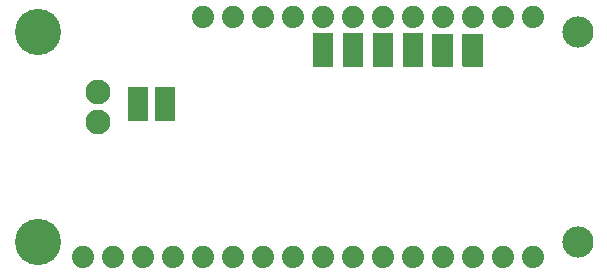
<source format=gbr>
G04 EAGLE Gerber RS-274X export*
G75*
%MOMM*%
%FSLAX34Y34*%
%LPD*%
%INSoldermask Bottom*%
%IPPOS*%
%AMOC8*
5,1,8,0,0,1.08239X$1,22.5*%
G01*
%ADD10C,2.641600*%
%ADD11C,3.911600*%
%ADD12C,1.879600*%
%ADD13R,1.651000X2.921000*%
%ADD14C,2.101600*%

G36*
X376038Y174006D02*
X376038Y174006D01*
X376157Y174013D01*
X376195Y174026D01*
X376236Y174031D01*
X376346Y174074D01*
X376459Y174111D01*
X376494Y174133D01*
X376531Y174148D01*
X376627Y174218D01*
X376728Y174281D01*
X376756Y174311D01*
X376789Y174334D01*
X376865Y174426D01*
X376946Y174513D01*
X376966Y174548D01*
X376991Y174579D01*
X377042Y174687D01*
X377100Y174791D01*
X377110Y174831D01*
X377127Y174867D01*
X377149Y174984D01*
X377179Y175099D01*
X377183Y175160D01*
X377187Y175180D01*
X377185Y175200D01*
X377189Y175260D01*
X377189Y200660D01*
X377174Y200778D01*
X377167Y200897D01*
X377154Y200935D01*
X377149Y200976D01*
X377106Y201086D01*
X377069Y201199D01*
X377047Y201234D01*
X377032Y201271D01*
X376963Y201367D01*
X376899Y201468D01*
X376869Y201496D01*
X376846Y201529D01*
X376754Y201605D01*
X376667Y201686D01*
X376632Y201706D01*
X376601Y201731D01*
X376493Y201782D01*
X376389Y201840D01*
X376349Y201850D01*
X376313Y201867D01*
X376196Y201889D01*
X376081Y201919D01*
X376021Y201923D01*
X376001Y201927D01*
X375980Y201925D01*
X375920Y201929D01*
X360680Y201929D01*
X360562Y201914D01*
X360443Y201907D01*
X360405Y201894D01*
X360364Y201889D01*
X360254Y201846D01*
X360141Y201809D01*
X360106Y201787D01*
X360069Y201772D01*
X359973Y201703D01*
X359872Y201639D01*
X359844Y201609D01*
X359811Y201586D01*
X359736Y201494D01*
X359654Y201407D01*
X359634Y201372D01*
X359609Y201341D01*
X359558Y201233D01*
X359500Y201129D01*
X359490Y201089D01*
X359473Y201053D01*
X359451Y200936D01*
X359421Y200821D01*
X359417Y200761D01*
X359413Y200741D01*
X359414Y200729D01*
X359413Y200726D01*
X359414Y200713D01*
X359411Y200660D01*
X359411Y175260D01*
X359426Y175142D01*
X359433Y175023D01*
X359446Y174985D01*
X359451Y174944D01*
X359494Y174834D01*
X359531Y174721D01*
X359553Y174686D01*
X359568Y174649D01*
X359638Y174553D01*
X359701Y174452D01*
X359731Y174424D01*
X359754Y174391D01*
X359846Y174316D01*
X359933Y174234D01*
X359968Y174214D01*
X359999Y174189D01*
X360107Y174138D01*
X360211Y174080D01*
X360251Y174070D01*
X360287Y174053D01*
X360404Y174031D01*
X360519Y174001D01*
X360580Y173997D01*
X360600Y173993D01*
X360620Y173995D01*
X360680Y173991D01*
X375920Y173991D01*
X376038Y174006D01*
G37*
G36*
X401438Y174006D02*
X401438Y174006D01*
X401557Y174013D01*
X401595Y174026D01*
X401636Y174031D01*
X401746Y174074D01*
X401859Y174111D01*
X401894Y174133D01*
X401931Y174148D01*
X402027Y174218D01*
X402128Y174281D01*
X402156Y174311D01*
X402189Y174334D01*
X402265Y174426D01*
X402346Y174513D01*
X402366Y174548D01*
X402391Y174579D01*
X402442Y174687D01*
X402500Y174791D01*
X402510Y174831D01*
X402527Y174867D01*
X402549Y174984D01*
X402579Y175099D01*
X402583Y175160D01*
X402587Y175180D01*
X402585Y175200D01*
X402589Y175260D01*
X402589Y200660D01*
X402574Y200778D01*
X402567Y200897D01*
X402554Y200935D01*
X402549Y200976D01*
X402506Y201086D01*
X402469Y201199D01*
X402447Y201234D01*
X402432Y201271D01*
X402363Y201367D01*
X402299Y201468D01*
X402269Y201496D01*
X402246Y201529D01*
X402154Y201605D01*
X402067Y201686D01*
X402032Y201706D01*
X402001Y201731D01*
X401893Y201782D01*
X401789Y201840D01*
X401749Y201850D01*
X401713Y201867D01*
X401596Y201889D01*
X401481Y201919D01*
X401421Y201923D01*
X401401Y201927D01*
X401380Y201925D01*
X401320Y201929D01*
X386080Y201929D01*
X385962Y201914D01*
X385843Y201907D01*
X385805Y201894D01*
X385764Y201889D01*
X385654Y201846D01*
X385541Y201809D01*
X385506Y201787D01*
X385469Y201772D01*
X385373Y201703D01*
X385272Y201639D01*
X385244Y201609D01*
X385211Y201586D01*
X385136Y201494D01*
X385054Y201407D01*
X385034Y201372D01*
X385009Y201341D01*
X384958Y201233D01*
X384900Y201129D01*
X384890Y201089D01*
X384873Y201053D01*
X384851Y200936D01*
X384821Y200821D01*
X384817Y200761D01*
X384813Y200741D01*
X384814Y200729D01*
X384813Y200726D01*
X384814Y200713D01*
X384811Y200660D01*
X384811Y175260D01*
X384826Y175142D01*
X384833Y175023D01*
X384846Y174985D01*
X384851Y174944D01*
X384894Y174834D01*
X384931Y174721D01*
X384953Y174686D01*
X384968Y174649D01*
X385038Y174553D01*
X385101Y174452D01*
X385131Y174424D01*
X385154Y174391D01*
X385246Y174316D01*
X385333Y174234D01*
X385368Y174214D01*
X385399Y174189D01*
X385507Y174138D01*
X385611Y174080D01*
X385651Y174070D01*
X385687Y174053D01*
X385804Y174031D01*
X385919Y174001D01*
X385980Y173997D01*
X386000Y173993D01*
X386020Y173995D01*
X386080Y173991D01*
X401320Y173991D01*
X401438Y174006D01*
G37*
D10*
X482600Y203200D03*
X482600Y25400D03*
D11*
X25400Y203200D03*
X25400Y25400D03*
D12*
X165100Y215900D03*
X190500Y215900D03*
X215900Y215900D03*
X241300Y215900D03*
X266700Y215900D03*
X292100Y215900D03*
X317500Y215900D03*
X342900Y215900D03*
X368300Y215900D03*
X393700Y215900D03*
X419100Y215900D03*
X444500Y215900D03*
X165100Y12700D03*
X190500Y12700D03*
X215900Y12700D03*
X241300Y12700D03*
X266700Y12700D03*
X292100Y12700D03*
X317500Y12700D03*
X342900Y12700D03*
X368300Y12700D03*
X393700Y12700D03*
X419100Y12700D03*
X444500Y12700D03*
X139700Y12700D03*
X114300Y12700D03*
X88900Y12700D03*
X63500Y12700D03*
D13*
X342900Y187960D03*
X317500Y187960D03*
X292100Y187960D03*
X266700Y187960D03*
D14*
X76200Y127000D03*
X76200Y152400D03*
D13*
X133350Y142240D03*
X110490Y142240D03*
M02*

</source>
